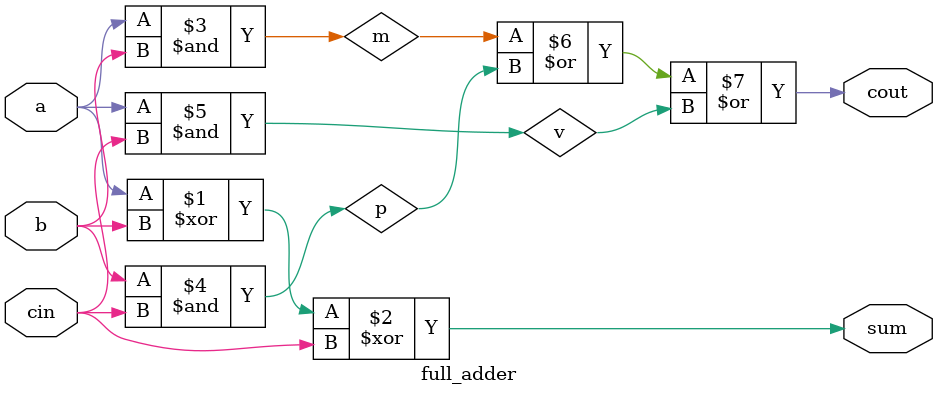
<source format=v>
`timescale 1ns / 1ps

module full_adder(a,b,cin,sum,cout);
    input a,b,cin;
    output sum,cout;
    wire m,p,v;
    xor u1(sum,a,b,cin);
    and u2(m,a,b);
    and u3(p,b,cin);
    and u4(v,a,cin);
    or u5(cout,m,p,v);
endmodule

</source>
